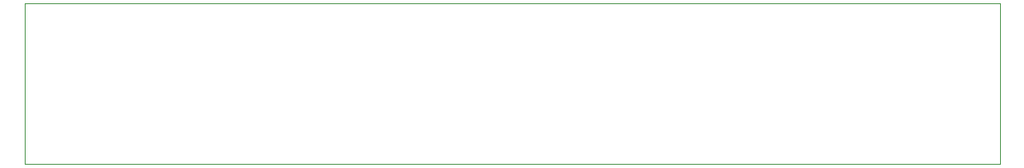
<source format=gtp>
G75*
%MOIN*%
%OFA0B0*%
%FSLAX25Y25*%
%IPPOS*%
%LPD*%
%AMOC8*
5,1,8,0,0,1.08239X$1,22.5*
%
%ADD10C,0.00000*%
D10*
X0001800Y0003000D02*
X0001800Y0067961D01*
X0395501Y0067961D01*
X0395501Y0003000D01*
X0001800Y0003000D01*
M02*

</source>
